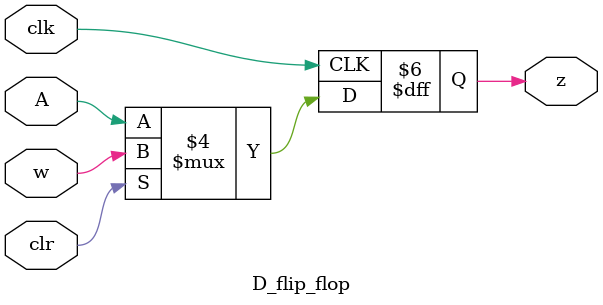
<source format=v>
module D_flip_flop(input w, clk, clr, A, output reg z);

	always@(posedge clk)
		if(!clr)
			z <= A;
		else
			z <= w;

endmodule 
</source>
